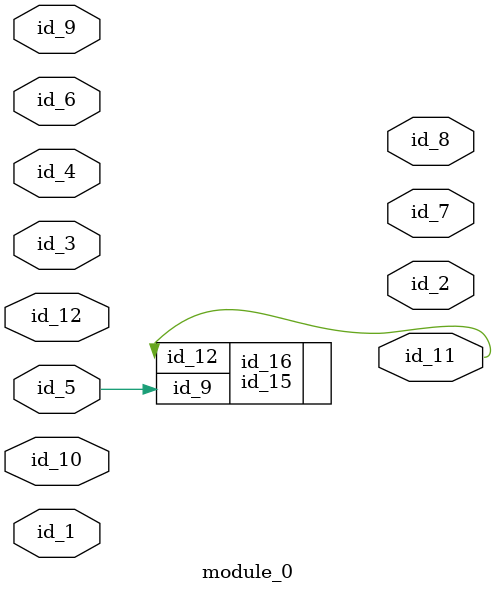
<source format=v>
module module_0 (
    id_1,
    id_2,
    id_3,
    id_4,
    id_5,
    id_6,
    id_7,
    id_8,
    id_9,
    id_10,
    id_11,
    id_12
);
  input id_12;
  output id_11;
  input id_10;
  input id_9;
  output id_8;
  output id_7;
  input id_6;
  input id_5;
  input id_4;
  input id_3;
  output id_2;
  input id_1;
  id_13 id_14 (
      .id_9 (id_1),
      .id_12(id_4)
  );
  assign id_3 = id_3;
  id_15 id_16 (
      .id_12(id_11),
      .id_9 (id_5)
  );
endmodule

</source>
